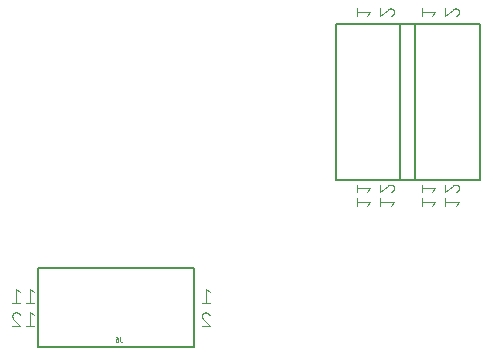
<source format=gbr>
G04 EAGLE Gerber RS-274X export*
G75*
%MOMM*%
%FSLAX34Y34*%
%LPD*%
%INSilkscreen Bottom*%
%IPPOS*%
%AMOC8*
5,1,8,0,0,1.08239X$1,22.5*%
G01*
%ADD10C,0.200000*%
%ADD11C,0.101600*%
%ADD12C,0.025400*%


D10*
X335800Y265990D02*
X403200Y265990D01*
X403200Y134010D01*
X335800Y134010D01*
X335800Y265990D01*
D11*
X362746Y272691D02*
X365342Y275936D01*
X353658Y275936D01*
X353658Y272691D02*
X353658Y279182D01*
X382421Y279182D02*
X382528Y279180D01*
X382634Y279174D01*
X382740Y279164D01*
X382846Y279151D01*
X382952Y279133D01*
X383056Y279112D01*
X383160Y279087D01*
X383263Y279058D01*
X383364Y279026D01*
X383464Y278989D01*
X383563Y278949D01*
X383661Y278906D01*
X383757Y278859D01*
X383851Y278808D01*
X383943Y278754D01*
X384033Y278697D01*
X384121Y278637D01*
X384206Y278573D01*
X384289Y278506D01*
X384370Y278436D01*
X384448Y278364D01*
X384524Y278288D01*
X384596Y278210D01*
X384666Y278129D01*
X384733Y278046D01*
X384797Y277961D01*
X384857Y277873D01*
X384914Y277783D01*
X384968Y277691D01*
X385019Y277597D01*
X385066Y277501D01*
X385109Y277403D01*
X385149Y277304D01*
X385186Y277204D01*
X385218Y277103D01*
X385247Y277000D01*
X385272Y276896D01*
X385293Y276792D01*
X385311Y276686D01*
X385324Y276580D01*
X385334Y276474D01*
X385340Y276368D01*
X385342Y276261D01*
X385340Y276140D01*
X385334Y276019D01*
X385324Y275899D01*
X385311Y275778D01*
X385293Y275659D01*
X385272Y275539D01*
X385247Y275421D01*
X385218Y275304D01*
X385185Y275187D01*
X385149Y275072D01*
X385108Y274958D01*
X385065Y274845D01*
X385017Y274733D01*
X384966Y274624D01*
X384911Y274516D01*
X384853Y274409D01*
X384792Y274305D01*
X384727Y274203D01*
X384659Y274103D01*
X384588Y274005D01*
X384514Y273909D01*
X384437Y273816D01*
X384356Y273726D01*
X384273Y273638D01*
X384187Y273553D01*
X384098Y273470D01*
X384007Y273391D01*
X383913Y273314D01*
X383817Y273241D01*
X383719Y273171D01*
X383618Y273104D01*
X383515Y273040D01*
X383410Y272980D01*
X383303Y272923D01*
X383195Y272869D01*
X383085Y272819D01*
X382973Y272773D01*
X382860Y272730D01*
X382745Y272691D01*
X380149Y278209D02*
X380226Y278288D01*
X380307Y278364D01*
X380390Y278437D01*
X380475Y278507D01*
X380563Y278574D01*
X380653Y278638D01*
X380745Y278698D01*
X380840Y278755D01*
X380936Y278809D01*
X381034Y278860D01*
X381134Y278907D01*
X381236Y278951D01*
X381339Y278991D01*
X381443Y279027D01*
X381549Y279059D01*
X381655Y279088D01*
X381763Y279113D01*
X381871Y279135D01*
X381981Y279152D01*
X382090Y279166D01*
X382200Y279175D01*
X382311Y279181D01*
X382421Y279183D01*
X380149Y278208D02*
X373658Y272691D01*
X373658Y279182D01*
X365342Y115426D02*
X362746Y112181D01*
X365342Y115426D02*
X353658Y115426D01*
X353658Y112181D02*
X353658Y118672D01*
X362746Y123611D02*
X365342Y126856D01*
X353658Y126856D01*
X353658Y123611D02*
X353658Y130102D01*
X382746Y112181D02*
X385342Y115426D01*
X373658Y115426D01*
X373658Y112181D02*
X373658Y118672D01*
X382421Y130102D02*
X382528Y130100D01*
X382634Y130094D01*
X382740Y130084D01*
X382846Y130071D01*
X382952Y130053D01*
X383056Y130032D01*
X383160Y130007D01*
X383263Y129978D01*
X383364Y129946D01*
X383464Y129909D01*
X383563Y129869D01*
X383661Y129826D01*
X383757Y129779D01*
X383851Y129728D01*
X383943Y129674D01*
X384033Y129617D01*
X384121Y129557D01*
X384206Y129493D01*
X384289Y129426D01*
X384370Y129356D01*
X384448Y129284D01*
X384524Y129208D01*
X384596Y129130D01*
X384666Y129049D01*
X384733Y128966D01*
X384797Y128881D01*
X384857Y128793D01*
X384914Y128703D01*
X384968Y128611D01*
X385019Y128517D01*
X385066Y128421D01*
X385109Y128323D01*
X385149Y128224D01*
X385186Y128124D01*
X385218Y128023D01*
X385247Y127920D01*
X385272Y127816D01*
X385293Y127712D01*
X385311Y127606D01*
X385324Y127500D01*
X385334Y127394D01*
X385340Y127288D01*
X385342Y127181D01*
X385340Y127060D01*
X385334Y126939D01*
X385324Y126819D01*
X385311Y126698D01*
X385293Y126579D01*
X385272Y126459D01*
X385247Y126341D01*
X385218Y126224D01*
X385185Y126107D01*
X385149Y125992D01*
X385108Y125878D01*
X385065Y125765D01*
X385017Y125653D01*
X384966Y125544D01*
X384911Y125436D01*
X384853Y125329D01*
X384792Y125225D01*
X384727Y125123D01*
X384659Y125023D01*
X384588Y124925D01*
X384514Y124829D01*
X384437Y124736D01*
X384356Y124646D01*
X384273Y124558D01*
X384187Y124473D01*
X384098Y124390D01*
X384007Y124311D01*
X383913Y124234D01*
X383817Y124161D01*
X383719Y124091D01*
X383618Y124024D01*
X383515Y123960D01*
X383410Y123900D01*
X383303Y123843D01*
X383195Y123789D01*
X383085Y123739D01*
X382973Y123693D01*
X382860Y123650D01*
X382745Y123611D01*
X380149Y129129D02*
X380226Y129208D01*
X380307Y129284D01*
X380390Y129357D01*
X380475Y129427D01*
X380563Y129494D01*
X380653Y129558D01*
X380745Y129618D01*
X380840Y129675D01*
X380936Y129729D01*
X381034Y129780D01*
X381134Y129827D01*
X381236Y129871D01*
X381339Y129911D01*
X381443Y129947D01*
X381549Y129979D01*
X381655Y130008D01*
X381763Y130033D01*
X381871Y130055D01*
X381981Y130072D01*
X382090Y130086D01*
X382200Y130095D01*
X382311Y130101D01*
X382421Y130103D01*
X380149Y129128D02*
X373658Y123611D01*
X373658Y130102D01*
D10*
X215990Y59700D02*
X215990Y-7700D01*
X84010Y-7700D01*
X84010Y59700D01*
X215990Y59700D01*
D11*
X225936Y41842D02*
X229182Y39246D01*
X225936Y41842D02*
X225936Y30158D01*
X222691Y30158D02*
X229182Y30158D01*
X225612Y21842D02*
X225505Y21840D01*
X225399Y21834D01*
X225293Y21824D01*
X225187Y21811D01*
X225081Y21793D01*
X224977Y21772D01*
X224873Y21747D01*
X224770Y21718D01*
X224669Y21686D01*
X224569Y21649D01*
X224470Y21609D01*
X224372Y21566D01*
X224276Y21519D01*
X224182Y21468D01*
X224090Y21414D01*
X224000Y21357D01*
X223912Y21297D01*
X223827Y21233D01*
X223744Y21166D01*
X223663Y21096D01*
X223585Y21024D01*
X223509Y20948D01*
X223437Y20870D01*
X223367Y20789D01*
X223300Y20706D01*
X223236Y20621D01*
X223176Y20533D01*
X223119Y20443D01*
X223065Y20351D01*
X223014Y20257D01*
X222967Y20161D01*
X222924Y20063D01*
X222884Y19964D01*
X222847Y19864D01*
X222815Y19763D01*
X222786Y19660D01*
X222761Y19556D01*
X222740Y19452D01*
X222722Y19346D01*
X222709Y19240D01*
X222699Y19134D01*
X222693Y19028D01*
X222691Y18921D01*
X225612Y21842D02*
X225733Y21840D01*
X225854Y21834D01*
X225974Y21824D01*
X226095Y21811D01*
X226214Y21793D01*
X226334Y21772D01*
X226452Y21747D01*
X226569Y21718D01*
X226686Y21685D01*
X226801Y21649D01*
X226915Y21608D01*
X227028Y21565D01*
X227140Y21517D01*
X227249Y21466D01*
X227357Y21411D01*
X227464Y21353D01*
X227568Y21292D01*
X227670Y21227D01*
X227770Y21159D01*
X227868Y21088D01*
X227964Y21014D01*
X228057Y20937D01*
X228147Y20856D01*
X228235Y20773D01*
X228320Y20687D01*
X228403Y20598D01*
X228482Y20507D01*
X228559Y20413D01*
X228632Y20317D01*
X228702Y20219D01*
X228769Y20118D01*
X228833Y20015D01*
X228894Y19910D01*
X228951Y19803D01*
X229004Y19695D01*
X229054Y19585D01*
X229100Y19473D01*
X229143Y19360D01*
X229182Y19245D01*
X223665Y16649D02*
X223586Y16727D01*
X223510Y16807D01*
X223437Y16890D01*
X223367Y16976D01*
X223300Y17063D01*
X223236Y17154D01*
X223176Y17246D01*
X223118Y17340D01*
X223064Y17437D01*
X223014Y17535D01*
X222967Y17635D01*
X222923Y17736D01*
X222883Y17839D01*
X222847Y17944D01*
X222815Y18049D01*
X222786Y18156D01*
X222761Y18263D01*
X222739Y18372D01*
X222722Y18481D01*
X222708Y18590D01*
X222699Y18700D01*
X222693Y18811D01*
X222691Y18921D01*
X223665Y16649D02*
X229182Y10158D01*
X222691Y10158D01*
X80102Y39246D02*
X76856Y41842D01*
X76856Y30158D01*
X73611Y30158D02*
X80102Y30158D01*
X68672Y39246D02*
X65427Y41842D01*
X65427Y30158D01*
X68672Y30158D02*
X62181Y30158D01*
X76856Y21842D02*
X80102Y19246D01*
X76856Y21842D02*
X76856Y10158D01*
X73611Y10158D02*
X80102Y10158D01*
X65102Y21842D02*
X64995Y21840D01*
X64889Y21834D01*
X64783Y21824D01*
X64677Y21811D01*
X64571Y21793D01*
X64467Y21772D01*
X64363Y21747D01*
X64260Y21718D01*
X64159Y21686D01*
X64059Y21649D01*
X63960Y21609D01*
X63862Y21566D01*
X63766Y21519D01*
X63672Y21468D01*
X63580Y21414D01*
X63490Y21357D01*
X63402Y21297D01*
X63317Y21233D01*
X63234Y21166D01*
X63153Y21096D01*
X63075Y21024D01*
X62999Y20948D01*
X62927Y20870D01*
X62857Y20789D01*
X62790Y20706D01*
X62726Y20621D01*
X62666Y20533D01*
X62609Y20443D01*
X62555Y20351D01*
X62504Y20257D01*
X62457Y20161D01*
X62414Y20063D01*
X62374Y19964D01*
X62337Y19864D01*
X62305Y19763D01*
X62276Y19660D01*
X62251Y19556D01*
X62230Y19452D01*
X62212Y19346D01*
X62199Y19240D01*
X62189Y19134D01*
X62183Y19028D01*
X62181Y18921D01*
X65102Y21842D02*
X65223Y21840D01*
X65344Y21834D01*
X65464Y21824D01*
X65585Y21811D01*
X65704Y21793D01*
X65824Y21772D01*
X65942Y21747D01*
X66059Y21718D01*
X66176Y21685D01*
X66291Y21649D01*
X66405Y21608D01*
X66518Y21565D01*
X66630Y21517D01*
X66739Y21466D01*
X66847Y21411D01*
X66954Y21353D01*
X67058Y21292D01*
X67160Y21227D01*
X67260Y21159D01*
X67358Y21088D01*
X67454Y21014D01*
X67547Y20937D01*
X67637Y20856D01*
X67725Y20773D01*
X67810Y20687D01*
X67893Y20598D01*
X67972Y20507D01*
X68049Y20413D01*
X68122Y20317D01*
X68192Y20219D01*
X68259Y20118D01*
X68323Y20015D01*
X68384Y19910D01*
X68441Y19803D01*
X68494Y19695D01*
X68544Y19585D01*
X68590Y19473D01*
X68633Y19360D01*
X68672Y19245D01*
X63155Y16649D02*
X63076Y16727D01*
X63000Y16807D01*
X62927Y16890D01*
X62857Y16976D01*
X62790Y17063D01*
X62726Y17154D01*
X62666Y17246D01*
X62608Y17340D01*
X62554Y17437D01*
X62504Y17535D01*
X62457Y17635D01*
X62413Y17736D01*
X62373Y17839D01*
X62337Y17944D01*
X62305Y18049D01*
X62276Y18156D01*
X62251Y18263D01*
X62229Y18372D01*
X62212Y18481D01*
X62198Y18590D01*
X62189Y18700D01*
X62183Y18811D01*
X62181Y18921D01*
X63155Y16649D02*
X68672Y10158D01*
X62181Y10158D01*
D12*
X153428Y812D02*
X153428Y-2151D01*
X153430Y-2206D01*
X153435Y-2262D01*
X153444Y-2316D01*
X153457Y-2370D01*
X153473Y-2423D01*
X153492Y-2475D01*
X153515Y-2526D01*
X153541Y-2575D01*
X153571Y-2622D01*
X153603Y-2667D01*
X153638Y-2709D01*
X153676Y-2750D01*
X153717Y-2788D01*
X153759Y-2823D01*
X153804Y-2855D01*
X153852Y-2885D01*
X153900Y-2911D01*
X153951Y-2934D01*
X154003Y-2953D01*
X154056Y-2969D01*
X154110Y-2982D01*
X154164Y-2991D01*
X154220Y-2996D01*
X154275Y-2998D01*
X154698Y-2998D01*
X151778Y-881D02*
X150508Y-881D01*
X150453Y-883D01*
X150397Y-888D01*
X150343Y-897D01*
X150289Y-910D01*
X150236Y-926D01*
X150184Y-945D01*
X150133Y-968D01*
X150085Y-994D01*
X150037Y-1024D01*
X149992Y-1056D01*
X149950Y-1091D01*
X149909Y-1129D01*
X149871Y-1170D01*
X149836Y-1212D01*
X149804Y-1257D01*
X149774Y-1304D01*
X149748Y-1353D01*
X149725Y-1404D01*
X149706Y-1456D01*
X149690Y-1509D01*
X149677Y-1563D01*
X149668Y-1617D01*
X149663Y-1673D01*
X149661Y-1728D01*
X149662Y-1728D02*
X149662Y-1940D01*
X149664Y-2004D01*
X149670Y-2068D01*
X149679Y-2131D01*
X149693Y-2193D01*
X149710Y-2255D01*
X149731Y-2315D01*
X149755Y-2374D01*
X149783Y-2432D01*
X149815Y-2487D01*
X149849Y-2541D01*
X149887Y-2592D01*
X149928Y-2642D01*
X149972Y-2688D01*
X150018Y-2732D01*
X150068Y-2773D01*
X150119Y-2811D01*
X150173Y-2845D01*
X150228Y-2877D01*
X150286Y-2905D01*
X150345Y-2929D01*
X150405Y-2950D01*
X150467Y-2967D01*
X150529Y-2981D01*
X150592Y-2990D01*
X150656Y-2996D01*
X150720Y-2998D01*
X150784Y-2996D01*
X150848Y-2990D01*
X150911Y-2981D01*
X150973Y-2967D01*
X151035Y-2950D01*
X151095Y-2929D01*
X151154Y-2905D01*
X151212Y-2877D01*
X151267Y-2845D01*
X151321Y-2811D01*
X151372Y-2773D01*
X151422Y-2732D01*
X151468Y-2688D01*
X151512Y-2642D01*
X151553Y-2592D01*
X151591Y-2541D01*
X151625Y-2487D01*
X151657Y-2432D01*
X151685Y-2374D01*
X151709Y-2315D01*
X151730Y-2255D01*
X151747Y-2193D01*
X151761Y-2131D01*
X151770Y-2068D01*
X151776Y-2004D01*
X151778Y-1940D01*
X151778Y-881D01*
X151776Y-800D01*
X151770Y-720D01*
X151761Y-640D01*
X151747Y-561D01*
X151730Y-482D01*
X151709Y-404D01*
X151685Y-327D01*
X151657Y-252D01*
X151625Y-178D01*
X151590Y-105D01*
X151551Y-35D01*
X151509Y34D01*
X151464Y101D01*
X151416Y166D01*
X151365Y228D01*
X151310Y287D01*
X151253Y344D01*
X151194Y398D01*
X151132Y450D01*
X151067Y498D01*
X151000Y543D01*
X150932Y585D01*
X150861Y624D01*
X150788Y659D01*
X150714Y691D01*
X150639Y719D01*
X150562Y743D01*
X150484Y764D01*
X150405Y781D01*
X150326Y795D01*
X150246Y804D01*
X150166Y810D01*
X150085Y812D01*
D10*
X390800Y265990D02*
X458200Y265990D01*
X458200Y134010D01*
X390800Y134010D01*
X390800Y265990D01*
D11*
X417746Y272691D02*
X420342Y275936D01*
X408658Y275936D01*
X408658Y272691D02*
X408658Y279182D01*
X437421Y279182D02*
X437528Y279180D01*
X437634Y279174D01*
X437740Y279164D01*
X437846Y279151D01*
X437952Y279133D01*
X438056Y279112D01*
X438160Y279087D01*
X438263Y279058D01*
X438364Y279026D01*
X438464Y278989D01*
X438563Y278949D01*
X438661Y278906D01*
X438757Y278859D01*
X438851Y278808D01*
X438943Y278754D01*
X439033Y278697D01*
X439121Y278637D01*
X439206Y278573D01*
X439289Y278506D01*
X439370Y278436D01*
X439448Y278364D01*
X439524Y278288D01*
X439596Y278210D01*
X439666Y278129D01*
X439733Y278046D01*
X439797Y277961D01*
X439857Y277873D01*
X439914Y277783D01*
X439968Y277691D01*
X440019Y277597D01*
X440066Y277501D01*
X440109Y277403D01*
X440149Y277304D01*
X440186Y277204D01*
X440218Y277103D01*
X440247Y277000D01*
X440272Y276896D01*
X440293Y276792D01*
X440311Y276686D01*
X440324Y276580D01*
X440334Y276474D01*
X440340Y276368D01*
X440342Y276261D01*
X440340Y276140D01*
X440334Y276019D01*
X440324Y275899D01*
X440311Y275778D01*
X440293Y275659D01*
X440272Y275539D01*
X440247Y275421D01*
X440218Y275304D01*
X440185Y275187D01*
X440149Y275072D01*
X440108Y274958D01*
X440065Y274845D01*
X440017Y274733D01*
X439966Y274624D01*
X439911Y274516D01*
X439853Y274409D01*
X439792Y274305D01*
X439727Y274203D01*
X439659Y274103D01*
X439588Y274005D01*
X439514Y273909D01*
X439437Y273816D01*
X439356Y273726D01*
X439273Y273638D01*
X439187Y273553D01*
X439098Y273470D01*
X439007Y273391D01*
X438913Y273314D01*
X438817Y273241D01*
X438719Y273171D01*
X438618Y273104D01*
X438515Y273040D01*
X438410Y272980D01*
X438303Y272923D01*
X438195Y272869D01*
X438085Y272819D01*
X437973Y272773D01*
X437860Y272730D01*
X437745Y272691D01*
X435149Y278209D02*
X435226Y278288D01*
X435307Y278364D01*
X435390Y278437D01*
X435475Y278507D01*
X435563Y278574D01*
X435653Y278638D01*
X435745Y278698D01*
X435840Y278755D01*
X435936Y278809D01*
X436034Y278860D01*
X436134Y278907D01*
X436236Y278951D01*
X436339Y278991D01*
X436443Y279027D01*
X436549Y279059D01*
X436655Y279088D01*
X436763Y279113D01*
X436871Y279135D01*
X436981Y279152D01*
X437090Y279166D01*
X437200Y279175D01*
X437311Y279181D01*
X437421Y279183D01*
X435149Y278208D02*
X428658Y272691D01*
X428658Y279182D01*
X420342Y115426D02*
X417746Y112181D01*
X420342Y115426D02*
X408658Y115426D01*
X408658Y112181D02*
X408658Y118672D01*
X417746Y123611D02*
X420342Y126856D01*
X408658Y126856D01*
X408658Y123611D02*
X408658Y130102D01*
X437746Y112181D02*
X440342Y115426D01*
X428658Y115426D01*
X428658Y112181D02*
X428658Y118672D01*
X437421Y130102D02*
X437528Y130100D01*
X437634Y130094D01*
X437740Y130084D01*
X437846Y130071D01*
X437952Y130053D01*
X438056Y130032D01*
X438160Y130007D01*
X438263Y129978D01*
X438364Y129946D01*
X438464Y129909D01*
X438563Y129869D01*
X438661Y129826D01*
X438757Y129779D01*
X438851Y129728D01*
X438943Y129674D01*
X439033Y129617D01*
X439121Y129557D01*
X439206Y129493D01*
X439289Y129426D01*
X439370Y129356D01*
X439448Y129284D01*
X439524Y129208D01*
X439596Y129130D01*
X439666Y129049D01*
X439733Y128966D01*
X439797Y128881D01*
X439857Y128793D01*
X439914Y128703D01*
X439968Y128611D01*
X440019Y128517D01*
X440066Y128421D01*
X440109Y128323D01*
X440149Y128224D01*
X440186Y128124D01*
X440218Y128023D01*
X440247Y127920D01*
X440272Y127816D01*
X440293Y127712D01*
X440311Y127606D01*
X440324Y127500D01*
X440334Y127394D01*
X440340Y127288D01*
X440342Y127181D01*
X440340Y127060D01*
X440334Y126939D01*
X440324Y126819D01*
X440311Y126698D01*
X440293Y126579D01*
X440272Y126459D01*
X440247Y126341D01*
X440218Y126224D01*
X440185Y126107D01*
X440149Y125992D01*
X440108Y125878D01*
X440065Y125765D01*
X440017Y125653D01*
X439966Y125544D01*
X439911Y125436D01*
X439853Y125329D01*
X439792Y125225D01*
X439727Y125123D01*
X439659Y125023D01*
X439588Y124925D01*
X439514Y124829D01*
X439437Y124736D01*
X439356Y124646D01*
X439273Y124558D01*
X439187Y124473D01*
X439098Y124390D01*
X439007Y124311D01*
X438913Y124234D01*
X438817Y124161D01*
X438719Y124091D01*
X438618Y124024D01*
X438515Y123960D01*
X438410Y123900D01*
X438303Y123843D01*
X438195Y123789D01*
X438085Y123739D01*
X437973Y123693D01*
X437860Y123650D01*
X437745Y123611D01*
X435149Y129129D02*
X435226Y129208D01*
X435307Y129284D01*
X435390Y129357D01*
X435475Y129427D01*
X435563Y129494D01*
X435653Y129558D01*
X435745Y129618D01*
X435840Y129675D01*
X435936Y129729D01*
X436034Y129780D01*
X436134Y129827D01*
X436236Y129871D01*
X436339Y129911D01*
X436443Y129947D01*
X436549Y129979D01*
X436655Y130008D01*
X436763Y130033D01*
X436871Y130055D01*
X436981Y130072D01*
X437090Y130086D01*
X437200Y130095D01*
X437311Y130101D01*
X437421Y130103D01*
X435149Y129128D02*
X428658Y123611D01*
X428658Y130102D01*
M02*

</source>
